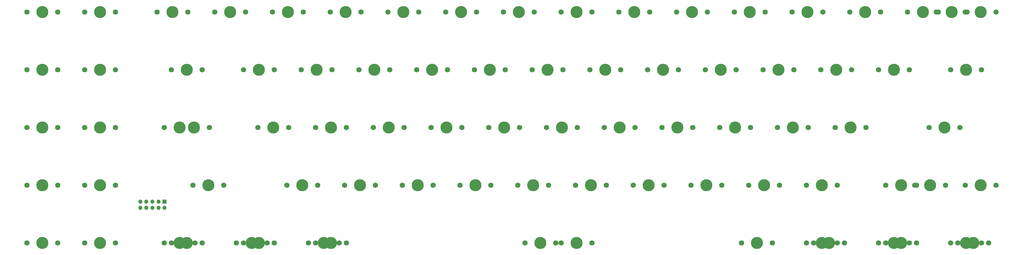
<source format=gbr>
%TF.GenerationSoftware,KiCad,Pcbnew,(6.0.7)*%
%TF.CreationDate,2022-08-26T15:14:46-04:00*%
%TF.ProjectId,thocc-master,74686f63-632d-46d6-9173-7465722e6b69,rev?*%
%TF.SameCoordinates,Original*%
%TF.FileFunction,Soldermask,Top*%
%TF.FilePolarity,Negative*%
%FSLAX46Y46*%
G04 Gerber Fmt 4.6, Leading zero omitted, Abs format (unit mm)*
G04 Created by KiCad (PCBNEW (6.0.7)) date 2022-08-26 15:14:46*
%MOMM*%
%LPD*%
G01*
G04 APERTURE LIST*
%ADD10O,1.350000X1.350000*%
%ADD11R,1.350000X1.350000*%
%ADD12C,1.750000*%
%ADD13C,3.987800*%
G04 APERTURE END LIST*
D10*
%TO.C,J2*%
X225600000Y-146800000D03*
X225600000Y-144800000D03*
X227600000Y-146800000D03*
X227600000Y-144800000D03*
X229600000Y-146800000D03*
X229600000Y-144800000D03*
X231600000Y-146800000D03*
X231600000Y-144800000D03*
X233600000Y-146800000D03*
D11*
X233600000Y-144800000D03*
%TD*%
D12*
%TO.C,MX20*%
X207275750Y-101227000D03*
X217435750Y-101227000D03*
D13*
X212355750Y-101227000D03*
%TD*%
D12*
%TO.C,MX19*%
X198385750Y-101227000D03*
X188225750Y-101227000D03*
D13*
X193305750Y-101227000D03*
%TD*%
D12*
%TO.C,MX30*%
X422223250Y-101227000D03*
X412063250Y-101227000D03*
D13*
X417143250Y-101227000D03*
%TD*%
D12*
%TO.C,MX42*%
X321575750Y-120277000D03*
D13*
X326655750Y-120277000D03*
D12*
X331735750Y-120277000D03*
%TD*%
%TO.C,MX76*%
X364438250Y-158377000D03*
X374598250Y-158377000D03*
D13*
X369518250Y-158377000D03*
%TD*%
D12*
%TO.C,MX44*%
X359675750Y-120277000D03*
D13*
X364755750Y-120277000D03*
D12*
X369835750Y-120277000D03*
%TD*%
D13*
%TO.C,MX78*%
X450480750Y-158377000D03*
D12*
X445400750Y-158377000D03*
X455560750Y-158377000D03*
%TD*%
%TO.C,MX70*%
X246010750Y-158377000D03*
D13*
X240930750Y-158377000D03*
D12*
X235850750Y-158377000D03*
%TD*%
%TO.C,MX41*%
X312685750Y-120277000D03*
D13*
X307605750Y-120277000D03*
D12*
X302525750Y-120277000D03*
%TD*%
%TO.C,MX34*%
X503185750Y-101227000D03*
D13*
X498105750Y-101227000D03*
D12*
X493025750Y-101227000D03*
%TD*%
%TO.C,MX11*%
X393648250Y-82177000D03*
D13*
X388568250Y-82177000D03*
D12*
X383488250Y-82177000D03*
%TD*%
%TO.C,MX72*%
X259663250Y-158377000D03*
X269823250Y-158377000D03*
D13*
X264743250Y-158377000D03*
%TD*%
D12*
%TO.C,MX43*%
X350785750Y-120277000D03*
X340625750Y-120277000D03*
D13*
X345705750Y-120277000D03*
%TD*%
%TO.C,MX71*%
X262362000Y-158377000D03*
D12*
X257282000Y-158377000D03*
X267442000Y-158377000D03*
%TD*%
%TO.C,MX52*%
X217435750Y-139327000D03*
X207275750Y-139327000D03*
D13*
X212355750Y-139327000D03*
%TD*%
D12*
%TO.C,MX57*%
X331100750Y-139327000D03*
X341260750Y-139327000D03*
D13*
X336180750Y-139327000D03*
%TD*%
%TO.C,MX18*%
X502868250Y-82177000D03*
D12*
X507948250Y-82177000D03*
X497788250Y-82177000D03*
%TD*%
%TO.C,MX40*%
X293635750Y-120277000D03*
X283475750Y-120277000D03*
D13*
X288555750Y-120277000D03*
%TD*%
D12*
%TO.C,MX15*%
X469848250Y-82177000D03*
X459688250Y-82177000D03*
D13*
X464768250Y-82177000D03*
%TD*%
D12*
%TO.C,MX26*%
X346023250Y-101227000D03*
X335863250Y-101227000D03*
D13*
X340943250Y-101227000D03*
%TD*%
%TO.C,MX39*%
X269505750Y-120277000D03*
D12*
X274585750Y-120277000D03*
X264425750Y-120277000D03*
%TD*%
%TO.C,MX7*%
X317448250Y-82177000D03*
X307288250Y-82177000D03*
D13*
X312368250Y-82177000D03*
%TD*%
D12*
%TO.C,MX54*%
X284110750Y-139327000D03*
D13*
X279030750Y-139327000D03*
D12*
X273950750Y-139327000D03*
%TD*%
D13*
%TO.C,MX3*%
X236168250Y-82177000D03*
D12*
X231088250Y-82177000D03*
X241248250Y-82177000D03*
%TD*%
D13*
%TO.C,MX51*%
X193305750Y-139327000D03*
D12*
X198385750Y-139327000D03*
X188225750Y-139327000D03*
%TD*%
%TO.C,MX63*%
X445400750Y-139327000D03*
D13*
X450480750Y-139327000D03*
D12*
X455560750Y-139327000D03*
%TD*%
%TO.C,MX61*%
X407300750Y-139327000D03*
X417460750Y-139327000D03*
D13*
X412380750Y-139327000D03*
%TD*%
D12*
%TO.C,MX82*%
X493025750Y-158377000D03*
X503185750Y-158377000D03*
D13*
X498105750Y-158377000D03*
%TD*%
D12*
%TO.C,MX14*%
X450798250Y-82177000D03*
X440638250Y-82177000D03*
D13*
X445718250Y-82177000D03*
%TD*%
D12*
%TO.C,MX49*%
X465085750Y-120277000D03*
D13*
X460005750Y-120277000D03*
D12*
X454925750Y-120277000D03*
%TD*%
D13*
%TO.C,MX2*%
X212355750Y-82177000D03*
D12*
X217435750Y-82177000D03*
X207275750Y-82177000D03*
%TD*%
D13*
%TO.C,MX36*%
X212355750Y-120277000D03*
D12*
X207275750Y-120277000D03*
X217435750Y-120277000D03*
%TD*%
%TO.C,MX75*%
X362692000Y-158377000D03*
D13*
X357612000Y-158377000D03*
D12*
X352532000Y-158377000D03*
%TD*%
%TO.C,MX64*%
X481754500Y-139327000D03*
X471594500Y-139327000D03*
D13*
X476674500Y-139327000D03*
%TD*%
%TO.C,MX47*%
X421905750Y-120277000D03*
D12*
X416825750Y-120277000D03*
X426985750Y-120277000D03*
%TD*%
%TO.C,MX56*%
X322210750Y-139327000D03*
D13*
X317130750Y-139327000D03*
D12*
X312050750Y-139327000D03*
%TD*%
%TO.C,MX83*%
X495407000Y-158377000D03*
D13*
X500487000Y-158377000D03*
D12*
X505567000Y-158377000D03*
%TD*%
%TO.C,MX8*%
X336498250Y-82177000D03*
X326338250Y-82177000D03*
D13*
X331418250Y-82177000D03*
%TD*%
%TO.C,MX13*%
X426668250Y-82177000D03*
D12*
X431748250Y-82177000D03*
X421588250Y-82177000D03*
%TD*%
%TO.C,MX80*%
X469213250Y-158377000D03*
X479373250Y-158377000D03*
D13*
X474293250Y-158377000D03*
%TD*%
%TO.C,MX1*%
X193305750Y-82177000D03*
D12*
X188225750Y-82177000D03*
X198385750Y-82177000D03*
%TD*%
%TO.C,MX62*%
X426350750Y-139327000D03*
D13*
X431430750Y-139327000D03*
D12*
X436510750Y-139327000D03*
%TD*%
D13*
%TO.C,MX33*%
X474293250Y-101227000D03*
D12*
X469213250Y-101227000D03*
X479373250Y-101227000D03*
%TD*%
%TO.C,MX58*%
X360310750Y-139327000D03*
D13*
X355230750Y-139327000D03*
D12*
X350150750Y-139327000D03*
%TD*%
%TO.C,MX53*%
X242994500Y-139327000D03*
D13*
X248074500Y-139327000D03*
D12*
X253154500Y-139327000D03*
%TD*%
%TO.C,MX31*%
X441273250Y-101227000D03*
D13*
X436193250Y-101227000D03*
D12*
X431113250Y-101227000D03*
%TD*%
D13*
%TO.C,MX29*%
X398093250Y-101227000D03*
D12*
X393013250Y-101227000D03*
X403173250Y-101227000D03*
%TD*%
D13*
%TO.C,MX6*%
X293318250Y-82177000D03*
D12*
X298398250Y-82177000D03*
X288238250Y-82177000D03*
%TD*%
%TO.C,MX35*%
X198385750Y-120277000D03*
D13*
X193305750Y-120277000D03*
D12*
X188225750Y-120277000D03*
%TD*%
D13*
%TO.C,MX48*%
X440955750Y-120277000D03*
D12*
X435875750Y-120277000D03*
X446035750Y-120277000D03*
%TD*%
D13*
%TO.C,MX79*%
X452862000Y-158377000D03*
D12*
X447782000Y-158377000D03*
X457942000Y-158377000D03*
%TD*%
%TO.C,MX66*%
X497788250Y-139327000D03*
X507948250Y-139327000D03*
D13*
X502868250Y-139327000D03*
%TD*%
%TO.C,MX12*%
X407618250Y-82177000D03*
D12*
X412698250Y-82177000D03*
X402538250Y-82177000D03*
%TD*%
%TO.C,MX28*%
X384123250Y-101227000D03*
X373963250Y-101227000D03*
D13*
X379043250Y-101227000D03*
%TD*%
D12*
%TO.C,MX37*%
X243629500Y-120277000D03*
D13*
X238549500Y-120277000D03*
D12*
X233469500Y-120277000D03*
%TD*%
D13*
%TO.C,MX59*%
X374280750Y-139327000D03*
D12*
X369200750Y-139327000D03*
X379360750Y-139327000D03*
%TD*%
D13*
%TO.C,MX50*%
X490962000Y-120277000D03*
D12*
X496042000Y-120277000D03*
X485882000Y-120277000D03*
%TD*%
%TO.C,MX65*%
X481119500Y-139327000D03*
D13*
X486199500Y-139327000D03*
D12*
X491279500Y-139327000D03*
%TD*%
D13*
%TO.C,MX81*%
X476674500Y-158377000D03*
D12*
X481754500Y-158377000D03*
X471594500Y-158377000D03*
%TD*%
%TO.C,MX45*%
X388885750Y-120277000D03*
X378725750Y-120277000D03*
D13*
X383805750Y-120277000D03*
%TD*%
D12*
%TO.C,MX55*%
X303160750Y-139327000D03*
X293000750Y-139327000D03*
D13*
X298080750Y-139327000D03*
%TD*%
%TO.C,MX25*%
X321893250Y-101227000D03*
D12*
X326973250Y-101227000D03*
X316813250Y-101227000D03*
%TD*%
%TO.C,MX4*%
X260298250Y-82177000D03*
X250138250Y-82177000D03*
D13*
X255218250Y-82177000D03*
%TD*%
D12*
%TO.C,MX69*%
X243629500Y-158377000D03*
D13*
X238549500Y-158377000D03*
D12*
X233469500Y-158377000D03*
%TD*%
%TO.C,MX32*%
X460323250Y-101227000D03*
D13*
X455243250Y-101227000D03*
D12*
X450163250Y-101227000D03*
%TD*%
D13*
%TO.C,MX9*%
X350468250Y-82177000D03*
D12*
X355548250Y-82177000D03*
X345388250Y-82177000D03*
%TD*%
%TO.C,MX73*%
X291254500Y-158377000D03*
D13*
X286174500Y-158377000D03*
D12*
X281094500Y-158377000D03*
%TD*%
D13*
%TO.C,MX17*%
X493343250Y-82177000D03*
D12*
X498423250Y-82177000D03*
X488263250Y-82177000D03*
%TD*%
%TO.C,MX27*%
X365073250Y-101227000D03*
X354913250Y-101227000D03*
D13*
X359993250Y-101227000D03*
%TD*%
%TO.C,MX74*%
X288555750Y-158377000D03*
D12*
X283475750Y-158377000D03*
X293635750Y-158377000D03*
%TD*%
%TO.C,MX46*%
X407935750Y-120277000D03*
X397775750Y-120277000D03*
D13*
X402855750Y-120277000D03*
%TD*%
D12*
%TO.C,MX24*%
X297763250Y-101227000D03*
X307923250Y-101227000D03*
D13*
X302843250Y-101227000D03*
%TD*%
D12*
%TO.C,MX23*%
X278713250Y-101227000D03*
D13*
X283793250Y-101227000D03*
D12*
X288873250Y-101227000D03*
%TD*%
%TO.C,MX77*%
X434129500Y-158377000D03*
X423969500Y-158377000D03*
D13*
X429049500Y-158377000D03*
%TD*%
%TO.C,MX10*%
X369518250Y-82177000D03*
D12*
X364438250Y-82177000D03*
X374598250Y-82177000D03*
%TD*%
%TO.C,MX5*%
X269188250Y-82177000D03*
D13*
X274268250Y-82177000D03*
D12*
X279348250Y-82177000D03*
%TD*%
D13*
%TO.C,MX21*%
X240930750Y-101227000D03*
D12*
X246010750Y-101227000D03*
X235850750Y-101227000D03*
%TD*%
D13*
%TO.C,MX67*%
X193305750Y-158377000D03*
D12*
X188225750Y-158377000D03*
X198385750Y-158377000D03*
%TD*%
D13*
%TO.C,MX38*%
X243312000Y-120277000D03*
D12*
X248392000Y-120277000D03*
X238232000Y-120277000D03*
%TD*%
D13*
%TO.C,MX60*%
X393330750Y-139327000D03*
D12*
X388250750Y-139327000D03*
X398410750Y-139327000D03*
%TD*%
%TO.C,MX68*%
X217435750Y-158377000D03*
X207275750Y-158377000D03*
D13*
X212355750Y-158377000D03*
%TD*%
D12*
%TO.C,MX22*%
X269823250Y-101227000D03*
X259663250Y-101227000D03*
D13*
X264743250Y-101227000D03*
%TD*%
D12*
%TO.C,MX16*%
X488898250Y-82177000D03*
X478738250Y-82177000D03*
D13*
X483818250Y-82177000D03*
%TD*%
M02*

</source>
